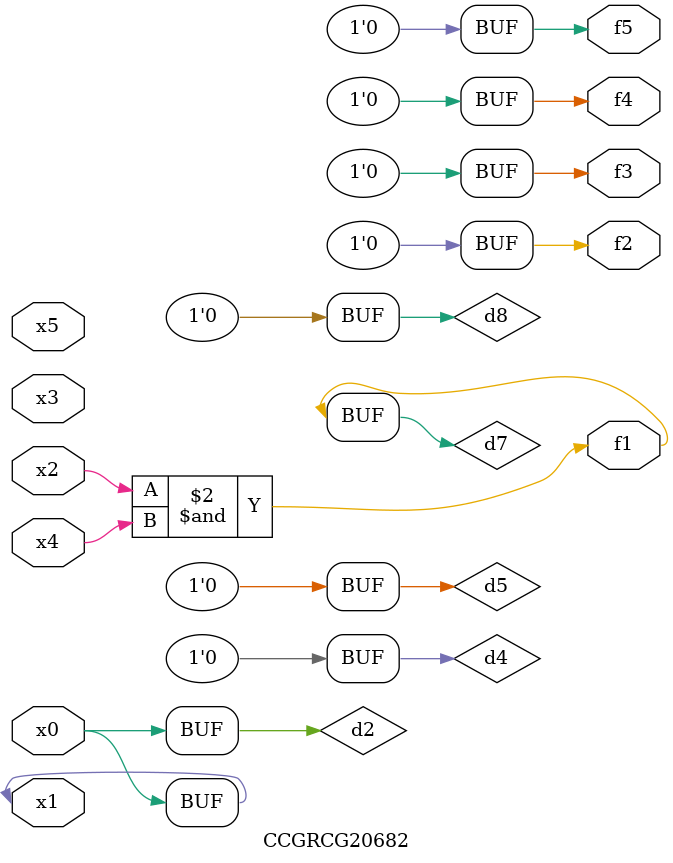
<source format=v>
module CCGRCG20682(
	input x0, x1, x2, x3, x4, x5,
	output f1, f2, f3, f4, f5
);

	wire d1, d2, d3, d4, d5, d6, d7, d8, d9;

	nand (d1, x1);
	buf (d2, x0, x1);
	nand (d3, x2, x4);
	and (d4, d1, d2);
	and (d5, d1, d2);
	nand (d6, d1, d3);
	not (d7, d3);
	xor (d8, d5);
	nor (d9, d5, d6);
	assign f1 = d7;
	assign f2 = d8;
	assign f3 = d8;
	assign f4 = d8;
	assign f5 = d8;
endmodule

</source>
